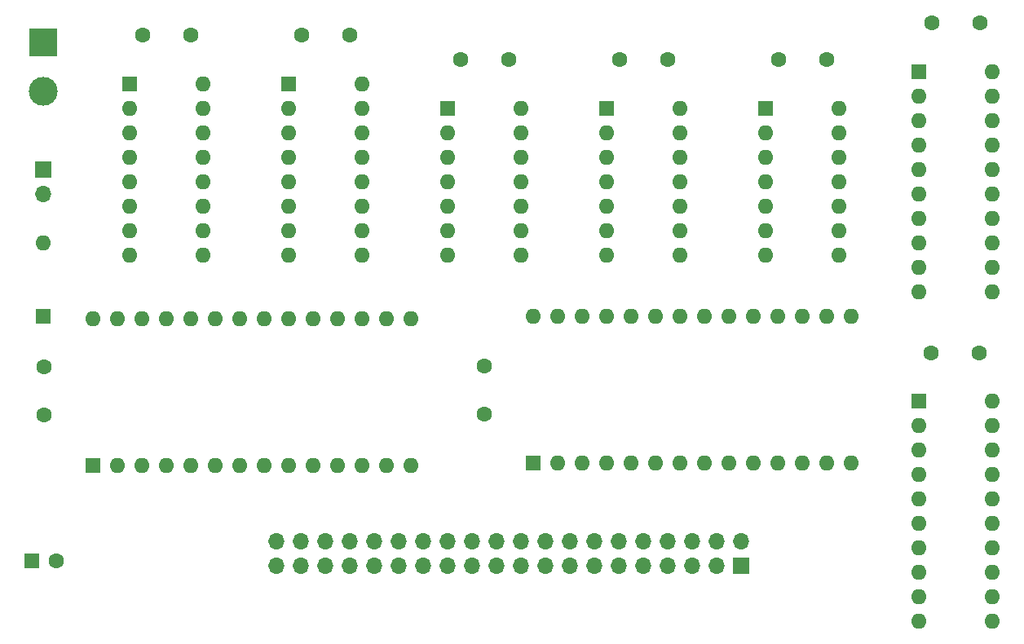
<source format=gbr>
%TF.GenerationSoftware,KiCad,Pcbnew,(6.0.9)*%
%TF.CreationDate,2023-11-25T21:35:55+01:00*%
%TF.ProjectId,p2000t-ram-expansion-board,70323030-3074-42d7-9261-6d2d65787061,rev?*%
%TF.SameCoordinates,Original*%
%TF.FileFunction,Soldermask,Bot*%
%TF.FilePolarity,Negative*%
%FSLAX46Y46*%
G04 Gerber Fmt 4.6, Leading zero omitted, Abs format (unit mm)*
G04 Created by KiCad (PCBNEW (6.0.9)) date 2023-11-25 21:35:55*
%MOMM*%
%LPD*%
G01*
G04 APERTURE LIST*
%ADD10C,1.600000*%
%ADD11R,1.600000X1.600000*%
%ADD12O,1.600000X1.600000*%
%ADD13R,1.700000X1.700000*%
%ADD14O,1.700000X1.700000*%
%ADD15R,3.000000X3.000000*%
%ADD16C,3.000000*%
G04 APERTURE END LIST*
D10*
%TO.C,C1*%
X91440000Y-27940000D03*
X86440000Y-27940000D03*
%TD*%
D11*
%TO.C,U5*%
X117485000Y-63373000D03*
D12*
X117485000Y-65913000D03*
X117485000Y-68453000D03*
X117485000Y-70993000D03*
X117485000Y-73533000D03*
X117485000Y-76073000D03*
X117485000Y-78613000D03*
X117485000Y-81153000D03*
X117485000Y-83693000D03*
X117485000Y-86233000D03*
X125105000Y-86233000D03*
X125105000Y-83693000D03*
X125105000Y-81153000D03*
X125105000Y-78613000D03*
X125105000Y-76073000D03*
X125105000Y-73533000D03*
X125105000Y-70993000D03*
X125105000Y-68453000D03*
X125105000Y-65913000D03*
X125105000Y-63373000D03*
%TD*%
D10*
%TO.C,C9*%
X74930000Y-27940000D03*
X69930000Y-27940000D03*
%TD*%
D11*
%TO.C,D1*%
X26520000Y-54620000D03*
D12*
X26520000Y-47000000D03*
%TD*%
D10*
%TO.C,C5*%
X58420000Y-25400000D03*
X53420000Y-25400000D03*
%TD*%
%TO.C,C10*%
X123825000Y-24130000D03*
X118825000Y-24130000D03*
%TD*%
%TO.C,C6*%
X72390000Y-59730000D03*
X72390000Y-64730000D03*
%TD*%
D11*
%TO.C,U9*%
X35570000Y-30470000D03*
D12*
X35570000Y-33010000D03*
X35570000Y-35550000D03*
X35570000Y-38090000D03*
X35570000Y-40630000D03*
X35570000Y-43170000D03*
X35570000Y-45710000D03*
X35570000Y-48250000D03*
X43190000Y-48250000D03*
X43190000Y-45710000D03*
X43190000Y-43170000D03*
X43190000Y-40630000D03*
X43190000Y-38090000D03*
X43190000Y-35550000D03*
X43190000Y-33010000D03*
X43190000Y-30470000D03*
%TD*%
D11*
%TO.C,U1*%
X68590000Y-33020000D03*
D12*
X68590000Y-35560000D03*
X68590000Y-38100000D03*
X68590000Y-40640000D03*
X68590000Y-43180000D03*
X68590000Y-45720000D03*
X68590000Y-48260000D03*
X76210000Y-48260000D03*
X76210000Y-45720000D03*
X76210000Y-43180000D03*
X76210000Y-40640000D03*
X76210000Y-38100000D03*
X76210000Y-35560000D03*
X76210000Y-33020000D03*
%TD*%
D10*
%TO.C,C7*%
X26670000Y-59868000D03*
X26670000Y-64868000D03*
%TD*%
D11*
%TO.C,U8*%
X117485000Y-29215000D03*
D12*
X117485000Y-31755000D03*
X117485000Y-34295000D03*
X117485000Y-36835000D03*
X117485000Y-39375000D03*
X117485000Y-41915000D03*
X117485000Y-44455000D03*
X117485000Y-46995000D03*
X117485000Y-49535000D03*
X117485000Y-52075000D03*
X125105000Y-52075000D03*
X125105000Y-49535000D03*
X125105000Y-46995000D03*
X125105000Y-44455000D03*
X125105000Y-41915000D03*
X125105000Y-39375000D03*
X125105000Y-36835000D03*
X125105000Y-34295000D03*
X125105000Y-31755000D03*
X125105000Y-29215000D03*
%TD*%
D11*
%TO.C,C3*%
X25400000Y-80010000D03*
D10*
X27900000Y-80010000D03*
%TD*%
%TO.C,C4*%
X107910000Y-27940000D03*
X102910000Y-27940000D03*
%TD*%
%TO.C,C2*%
X41870000Y-25400000D03*
X36870000Y-25400000D03*
%TD*%
D11*
%TO.C,U4*%
X77470000Y-69850000D03*
D12*
X80010000Y-69850000D03*
X82550000Y-69850000D03*
X85090000Y-69850000D03*
X87630000Y-69850000D03*
X90170000Y-69850000D03*
X92710000Y-69850000D03*
X95250000Y-69850000D03*
X97790000Y-69850000D03*
X100330000Y-69850000D03*
X102870000Y-69850000D03*
X105410000Y-69850000D03*
X107950000Y-69850000D03*
X110490000Y-69850000D03*
X110490000Y-54610000D03*
X107950000Y-54610000D03*
X105410000Y-54610000D03*
X102870000Y-54610000D03*
X100330000Y-54610000D03*
X97790000Y-54610000D03*
X95250000Y-54610000D03*
X92710000Y-54610000D03*
X90170000Y-54610000D03*
X87630000Y-54610000D03*
X85090000Y-54610000D03*
X82550000Y-54610000D03*
X80010000Y-54610000D03*
X77470000Y-54610000D03*
%TD*%
D13*
%TO.C,J2*%
X26520000Y-39380000D03*
D14*
X26520000Y-41920000D03*
%TD*%
D11*
%TO.C,U6*%
X85100000Y-33015000D03*
D12*
X85100000Y-35555000D03*
X85100000Y-38095000D03*
X85100000Y-40635000D03*
X85100000Y-43175000D03*
X85100000Y-45715000D03*
X85100000Y-48255000D03*
X92720000Y-48255000D03*
X92720000Y-45715000D03*
X92720000Y-43175000D03*
X92720000Y-40635000D03*
X92720000Y-38095000D03*
X92720000Y-35555000D03*
X92720000Y-33015000D03*
%TD*%
D11*
%TO.C,U7*%
X52080000Y-30470000D03*
D12*
X52080000Y-33010000D03*
X52080000Y-35550000D03*
X52080000Y-38090000D03*
X52080000Y-40630000D03*
X52080000Y-43170000D03*
X52080000Y-45710000D03*
X52080000Y-48250000D03*
X59700000Y-48250000D03*
X59700000Y-45710000D03*
X59700000Y-43170000D03*
X59700000Y-40630000D03*
X59700000Y-38090000D03*
X59700000Y-35550000D03*
X59700000Y-33010000D03*
X59700000Y-30470000D03*
%TD*%
D10*
%TO.C,C8*%
X123785000Y-58420000D03*
X118785000Y-58420000D03*
%TD*%
D11*
%TO.C,U2*%
X31750000Y-70104000D03*
D12*
X34290000Y-70104000D03*
X36830000Y-70104000D03*
X39370000Y-70104000D03*
X41910000Y-70104000D03*
X44450000Y-70104000D03*
X46990000Y-70104000D03*
X49530000Y-70104000D03*
X52070000Y-70104000D03*
X54610000Y-70104000D03*
X57150000Y-70104000D03*
X59690000Y-70104000D03*
X62230000Y-70104000D03*
X64770000Y-70104000D03*
X64770000Y-54864000D03*
X62230000Y-54864000D03*
X59690000Y-54864000D03*
X57150000Y-54864000D03*
X54610000Y-54864000D03*
X52070000Y-54864000D03*
X49530000Y-54864000D03*
X46990000Y-54864000D03*
X44450000Y-54864000D03*
X41910000Y-54864000D03*
X39370000Y-54864000D03*
X36830000Y-54864000D03*
X34290000Y-54864000D03*
X31750000Y-54864000D03*
%TD*%
D15*
%TO.C,J3*%
X26520000Y-26172000D03*
D16*
X26520000Y-31252000D03*
%TD*%
D11*
%TO.C,U3*%
X101610000Y-33015000D03*
D12*
X101610000Y-35555000D03*
X101610000Y-38095000D03*
X101610000Y-40635000D03*
X101610000Y-43175000D03*
X101610000Y-45715000D03*
X101610000Y-48255000D03*
X109230000Y-48255000D03*
X109230000Y-45715000D03*
X109230000Y-43175000D03*
X109230000Y-40635000D03*
X109230000Y-38095000D03*
X109230000Y-35555000D03*
X109230000Y-33015000D03*
%TD*%
D13*
%TO.C,J1*%
X99055000Y-80518000D03*
D14*
X99055000Y-77978000D03*
X96515000Y-80518000D03*
X96515000Y-77978000D03*
X93975000Y-80518000D03*
X93975000Y-77978000D03*
X91435000Y-80518000D03*
X91435000Y-77978000D03*
X88895000Y-80518000D03*
X88895000Y-77978000D03*
X86355000Y-80518000D03*
X86355000Y-77978000D03*
X83815000Y-80518000D03*
X83815000Y-77978000D03*
X81275000Y-80518000D03*
X81275000Y-77978000D03*
X78735000Y-80518000D03*
X78735000Y-77978000D03*
X76195000Y-80518000D03*
X76195000Y-77978000D03*
X73655000Y-80518000D03*
X73655000Y-77978000D03*
X71115000Y-80518000D03*
X71115000Y-77978000D03*
X68575000Y-80518000D03*
X68575000Y-77978000D03*
X66035000Y-80518000D03*
X66035000Y-77978000D03*
X63495000Y-80518000D03*
X63495000Y-77978000D03*
X60955000Y-80518000D03*
X60955000Y-77978000D03*
X58415000Y-80518000D03*
X58415000Y-77978000D03*
X55875000Y-80518000D03*
X55875000Y-77978000D03*
X53335000Y-80518000D03*
X53335000Y-77978000D03*
X50795000Y-80518000D03*
X50795000Y-77978000D03*
%TD*%
M02*

</source>
